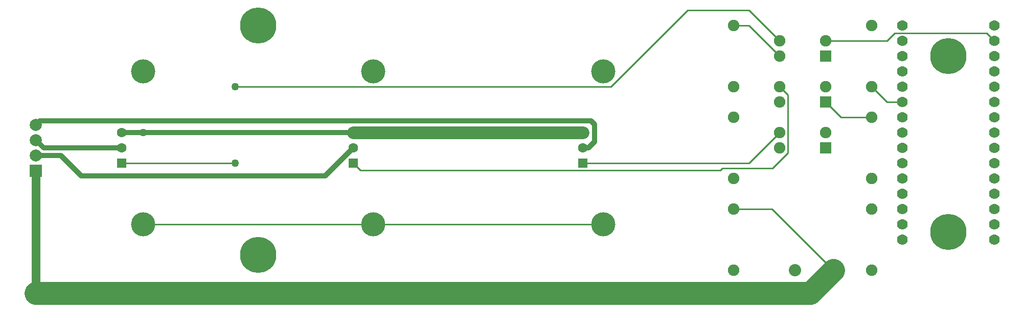
<source format=gbl>
G04*
G04 #@! TF.GenerationSoftware,Altium Limited,CircuitMaker,2.2.1 (2.2.1.6)*
G04*
G04 Layer_Physical_Order=2*
G04 Layer_Color=11436288*
%FSLAX25Y25*%
%MOIN*%
G70*
G04*
G04 #@! TF.SameCoordinates,7785A121-3EC8-4D8B-A962-A870CC3C064B*
G04*
G04*
G04 #@! TF.FilePolarity,Positive*
G04*
G01*
G75*
%ADD10C,0.01000*%
%ADD24C,0.05700*%
%ADD25C,0.15000*%
%ADD26C,0.23622*%
%ADD27C,0.07000*%
%ADD28C,0.08000*%
%ADD29C,0.06299*%
%ADD30R,0.06299X0.06299*%
%ADD31C,0.07500*%
%ADD32R,0.07500X0.07500*%
%ADD33C,0.15748*%
%ADD34C,0.07874*%
%ADD35R,0.07874X0.07874*%
%ADD36C,0.05000*%
%ADD37C,0.08300*%
%ADD38C,0.03200*%
D10*
X590000Y360000D02*
X630000Y320000D01*
X565000Y360000D02*
X590000D01*
X165951Y389889D02*
X166062Y390000D01*
X240000D01*
Y440000D02*
X485000D01*
X535000Y490000D01*
X575002D01*
X595001Y470001D01*
Y440001D02*
X600300Y434702D01*
Y396600D02*
Y434702D01*
X590200Y386500D02*
X600300Y396600D01*
X557500Y386500D02*
X590200D01*
X556200Y385200D02*
X557500Y386500D01*
X321570Y385200D02*
X556200D01*
X316881Y389889D02*
X321570Y385200D01*
X665000Y430000D02*
X675000D01*
X655000Y440000D02*
X665000Y430000D01*
X466592Y389889D02*
X574889D01*
X595001Y410001D01*
X575002Y480000D02*
X595001Y460001D01*
X565000Y480000D02*
X575002D01*
X635002Y420000D02*
X655000D01*
X625001Y430001D02*
X635002Y420000D01*
X625001Y470001D02*
X665001D01*
X670000Y475000D01*
X730000D01*
X735000Y470000D01*
X180000Y350000D02*
X330000D01*
X480000D01*
D24*
X110000Y305000D02*
Y385000D01*
D25*
X615000Y305000D02*
X630000Y320000D01*
X110000Y305000D02*
X615000D01*
D26*
X705000Y345000D02*
D03*
Y460000D02*
D03*
X255000Y330000D02*
D03*
Y480000D02*
D03*
D27*
X735000Y340000D02*
D03*
Y350000D02*
D03*
Y360000D02*
D03*
Y370000D02*
D03*
Y380000D02*
D03*
Y390000D02*
D03*
Y400000D02*
D03*
Y410000D02*
D03*
Y420000D02*
D03*
Y430000D02*
D03*
Y440000D02*
D03*
Y450000D02*
D03*
Y460000D02*
D03*
Y470000D02*
D03*
Y480000D02*
D03*
X675000D02*
D03*
Y470000D02*
D03*
Y460000D02*
D03*
Y450000D02*
D03*
Y440000D02*
D03*
Y430000D02*
D03*
Y420000D02*
D03*
Y410000D02*
D03*
Y400000D02*
D03*
Y390000D02*
D03*
Y380000D02*
D03*
Y370000D02*
D03*
Y360000D02*
D03*
Y350000D02*
D03*
Y340000D02*
D03*
X110000Y305000D02*
D03*
D28*
X630000Y320000D02*
D03*
X605000D02*
D03*
D29*
X165951Y409889D02*
D03*
Y399889D02*
D03*
X316881Y409889D02*
D03*
Y399889D02*
D03*
X466592Y409889D02*
D03*
Y399889D02*
D03*
D30*
X165951Y389889D02*
D03*
X316881D02*
D03*
X466592D02*
D03*
D31*
X595001Y400001D02*
D03*
Y410001D02*
D03*
X625001D02*
D03*
X565000Y360000D02*
D03*
Y320000D02*
D03*
X655000Y360000D02*
D03*
Y320000D02*
D03*
X595001Y430001D02*
D03*
Y440001D02*
D03*
X625001D02*
D03*
X565000Y420000D02*
D03*
Y380000D02*
D03*
X655000Y420000D02*
D03*
Y380000D02*
D03*
X595001Y460001D02*
D03*
Y470001D02*
D03*
X625001D02*
D03*
X565000Y440000D02*
D03*
Y480000D02*
D03*
X655000D02*
D03*
Y440000D02*
D03*
D32*
X625001Y400001D02*
D03*
Y430001D02*
D03*
Y460001D02*
D03*
D33*
X480000Y450000D02*
D03*
Y350000D02*
D03*
X330000Y450000D02*
D03*
Y350000D02*
D03*
X180000Y450000D02*
D03*
Y350000D02*
D03*
D34*
X110000Y415000D02*
D03*
Y405000D02*
D03*
Y395000D02*
D03*
D35*
Y385000D02*
D03*
D36*
X180000Y410000D02*
D03*
X240000Y390000D02*
D03*
Y440000D02*
D03*
X440000Y410000D02*
D03*
D37*
X316881Y409889D02*
X466592D01*
D38*
X165951D02*
X316881D01*
X115111Y399889D02*
X165951D01*
X110000Y405000D02*
X115111Y399889D01*
X110000Y395000D02*
X126200D01*
X139500Y381700D01*
X298692D01*
X316881Y399889D01*
X110000Y415000D02*
X112639Y417639D01*
X472000D01*
X474341Y415297D01*
Y404000D02*
Y415297D01*
X470230Y399889D02*
X474341Y404000D01*
X466592Y399889D02*
X470230D01*
M02*

</source>
